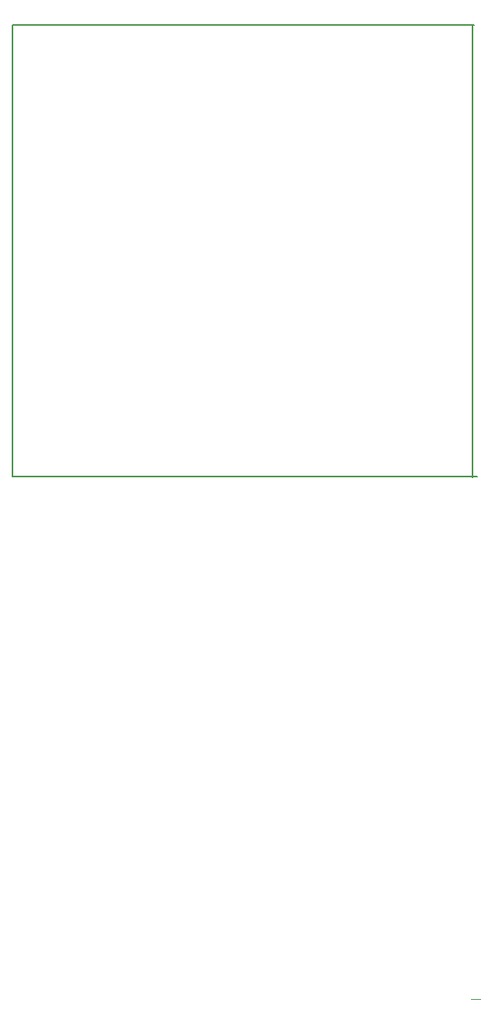
<source format=gbr>
%TF.GenerationSoftware,KiCad,Pcbnew,7.0.6*%
%TF.CreationDate,2023-10-15T17:57:14+01:00*%
%TF.ProjectId,DSP 1.1,44535020-312e-4312-9e6b-696361645f70,rev?*%
%TF.SameCoordinates,Original*%
%TF.FileFunction,Profile,NP*%
%FSLAX46Y46*%
G04 Gerber Fmt 4.6, Leading zero omitted, Abs format (unit mm)*
G04 Created by KiCad (PCBNEW 7.0.6) date 2023-10-15 17:57:14*
%MOMM*%
%LPD*%
G01*
G04 APERTURE LIST*
%TA.AperFunction,Profile*%
%ADD10C,0.150000*%
%TD*%
%TA.AperFunction,Profile*%
%ADD11C,0.100000*%
%TD*%
%TA.AperFunction,Profile*%
%ADD12C,0.200000*%
%TD*%
G04 APERTURE END LIST*
D10*
X154431228Y-59234672D02*
X104013000Y-59234672D01*
D11*
X153775000Y-115934500D02*
X154775000Y-115934500D01*
D10*
X104013000Y-10160000D02*
X104013000Y-59234672D01*
D12*
X153924000Y-10160000D02*
X153924000Y-59245500D01*
X104013000Y-10160000D02*
X154093000Y-10160000D01*
M02*

</source>
